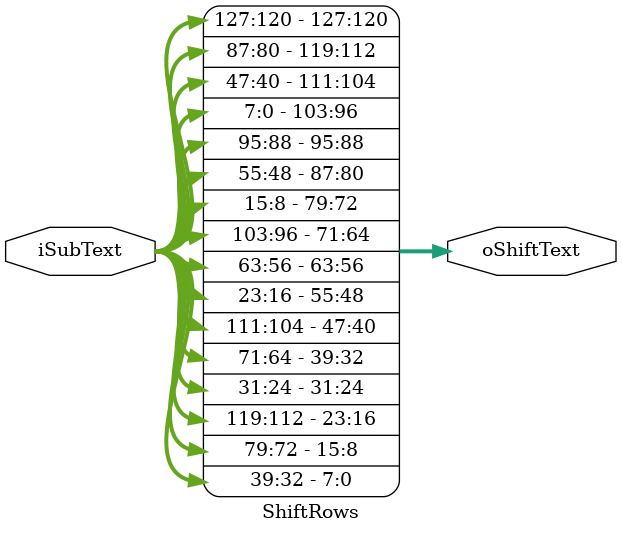
<source format=v>
/*******************************************************************
  - Project          : 2024 winter internship
  - File name        : ShiftRows.v
  - Description      : Shift Rows
  - Owner            : Jiyun_Han
  - Revision history : 1) 2025.01.10 : Initial release
********************************************************************/

`timescale 1ns/10ps

module ShiftRows(
  input  [127:0] iSubText,
  output [127:0] oShiftText
  );
  
  // First row is not shifted
  assign oShiftText[127 -:8] = iSubText[127 -:8];
  assign oShiftText[95  -:8] = iSubText[95  -:8];
  assign oShiftText[63  -:8] = iSubText[63  -:8];
  assign oShiftText[31  -:8] = iSubText[31  -:8];
	
  // Second row left shifed by 1
  assign oShiftText[119 -:8] = iSubText[87  -:8];
  assign oShiftText[87  -:8] = iSubText[55  -:8];
  assign oShiftText[55  -:8] = iSubText[23  -:8];
  assign oShiftText[23  -:8] = iSubText[119 -:8];
	
  // Third row left shifed by 2
  assign oShiftText[111 -:8] = iSubText[47  -:8];
  assign oShiftText[79  -:8] = iSubText[15  -:8];
  assign oShiftText[47  -:8] = iSubText[111 -:8];
  assign oShiftText[15  -:8] = iSubText[79  -:8];
	
  // Fourth row left shifted by 3 --> right shifted by 1
  assign oShiftText[103 -:8] = iSubText[7   -:8];
  assign oShiftText[71  -:8] = iSubText[103 -:8];
  assign oShiftText[39  -:8] = iSubText[71  -:8];
  assign oShiftText[7   -:8] = iSubText[39  -:8];
  
endmodule
</source>
